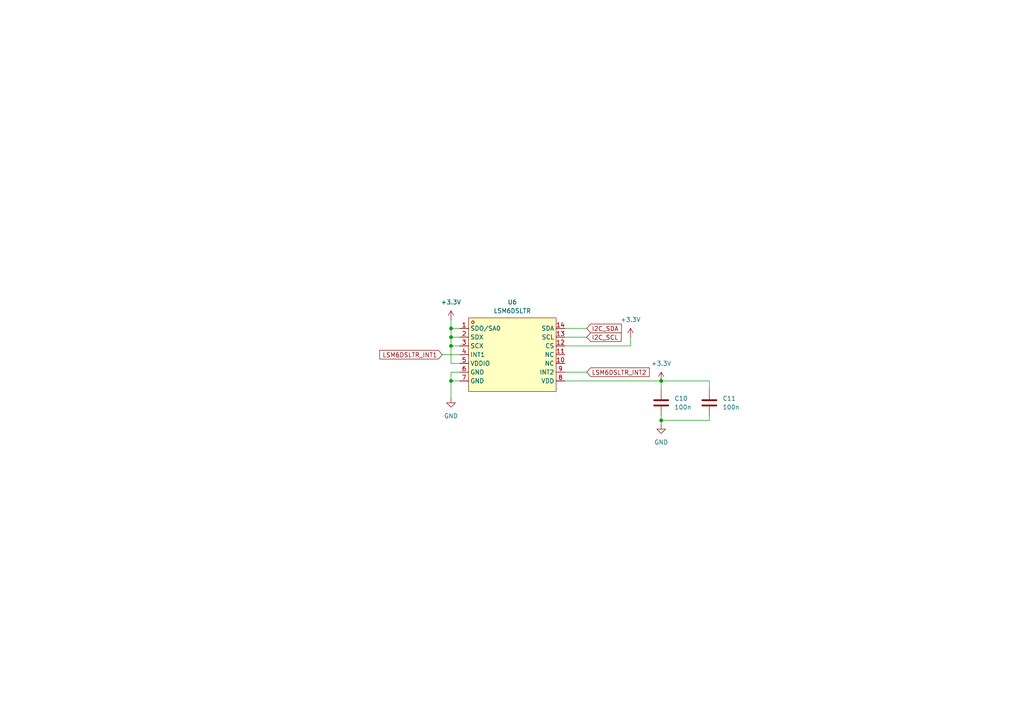
<source format=kicad_sch>
(kicad_sch (version 20231120) (generator "eeschema") (generator_version "8.0")
  (paper "A4")
  (lib_symbols
    (symbol "Device:C" (pin_numbers hide) (pin_names (offset 0.254))
      (property "Reference" "C" (at 0.635 2.54 0))
      (property "Value" "C" (at 0.635 -2.54 0))
      (symbol "C_0_1"
        (polyline (pts (xy -2.032 -0.762) (xy 2.032 -0.762)) (stroke (width 0.508)))
        (polyline (pts (xy -2.032 0.762) (xy 2.032 0.762)) (stroke (width 0.508)))
      )
      (symbol "C_1_1"
        (pin passive line (at 0 3.81 270) (length 2.794) (name "~") (number "1"))
        (pin passive line (at 0 -3.81 90) (length 2.794) (name "~") (number "2"))
      )
    )
    (symbol "easyeda2kicad:LSM6DSLTR"
      (property "Reference" "U" (at 0 12.7 0))
      (property "Value" "LSM6DSLTR" (at 0 -12.7 0))
      (symbol "LSM6DSLTR_0_1"
        (rectangle (start -12.7 10.67) (end 12.7 -10.67) (fill (type background)))
        (circle (center -11.43 9.4) (radius 0.38))
        (circle (center -11.43 9.4) (radius 0.38))
        (pin unspecified line (at -15.24 7.62 0) (length 2.54) (name "SDO/SA0") (number "1"))
        (pin unspecified line (at 15.24 -2.54 180) (length 2.54) (name "NC") (number "10"))
        (pin unspecified line (at 15.24 0 180) (length 2.54) (name "NC") (number "11"))
        (pin unspecified line (at 15.24 2.54 180) (length 2.54) (name "CS") (number "12"))
        (pin unspecified line (at 15.24 5.08 180) (length 2.54) (name "SCL") (number "13"))
        (pin unspecified line (at 15.24 7.62 180) (length 2.54) (name "SDA") (number "14"))
        (pin unspecified line (at -15.24 5.08 0) (length 2.54) (name "SDX") (number "2"))
        (pin unspecified line (at -15.24 2.54 0) (length 2.54) (name "SCX") (number "3"))
        (pin unspecified line (at -15.24 0 0) (length 2.54) (name "INT1") (number "4"))
        (pin unspecified line (at -15.24 -2.54 0) (length 2.54) (name "VDDIO") (number "5"))
        (pin unspecified line (at -15.24 -5.08 0) (length 2.54) (name "GND") (number "6"))
        (pin unspecified line (at -15.24 -7.62 0) (length 2.54) (name "GND") (number "7"))
        (pin unspecified line (at 15.24 -7.62 180) (length 2.54) (name "VDD") (number "8"))
        (pin unspecified line (at 15.24 -5.08 180) (length 2.54) (name "INT2") (number "9"))
      )
    )
    (symbol "power:+3.3V" (power) (pin_numbers hide) (pin_names (offset 0) hide)
      (property "Value" "+3.3V" (at 0 3.556 0))
      (symbol "+3.3V_0_1"
        (polyline (pts (xy -0.762 1.27) (xy 0 2.54)))
        (polyline (pts (xy 0 0) (xy 0 2.54)))
        (polyline (pts (xy 0 2.54) (xy 0.762 1.27)))
      )
      (symbol "+3.3V_1_1"
        (pin power_in line (at 0 0 90) (length 0) (name "~") (number "1"))
      )
    )
    (symbol "power:GND" (power) (pin_numbers hide) (pin_names (offset 0) hide)
      (property "Value" "GND" (at 0 -3.81 0))
      (symbol "GND_0_1"
        (polyline (pts (xy 0 0) (xy 0 -1.27) (xy 1.27 -1.27) (xy 0 -2.54) (xy -1.27 -1.27) (xy 0 -1.27)))
      )
      (symbol "GND_1_1"
        (pin power_in line (at 0 0 270) (length 0) (name "~") (number "1"))
      )
    )
  )
  (junction (at 130.81 95.25))
  (junction (at 191.77 110.49))
  (junction (at 130.81 97.79))
  (junction (at 191.77 121.92))
  (junction (at 130.81 110.49))
  (junction (at 130.81 100.33))
  (wire (pts (xy 130.81 95.25) (xy 130.81 92.71)))
  (wire (pts (xy 133.35 107.95) (xy 130.81 107.95)))
  (wire (pts (xy 191.77 110.49) (xy 205.74 110.49)))
  (wire (pts (xy 191.77 121.92) (xy 205.74 121.92)))
  (wire (pts (xy 130.81 100.33) (xy 133.35 100.33)))
  (wire (pts (xy 133.35 105.41) (xy 130.81 105.41)))
  (wire (pts (xy 128.27 102.87) (xy 133.35 102.87)))
  (wire (pts (xy 130.81 110.49) (xy 133.35 110.49)))
  (wire (pts (xy 130.81 100.33) (xy 130.81 105.41)))
  (wire (pts (xy 163.83 95.25) (xy 170.18 95.25)))
  (wire (pts (xy 130.81 110.49) (xy 130.81 115.57)))
  (wire (pts (xy 191.77 110.49) (xy 191.77 113.03)))
  (wire (pts (xy 163.83 97.79) (xy 170.18 97.79)))
  (wire (pts (xy 130.81 95.25) (xy 130.81 97.79)))
  (wire (pts (xy 205.74 113.03) (xy 205.74 110.49)))
  (wire (pts (xy 133.35 95.25) (xy 130.81 95.25)))
  (wire (pts (xy 163.83 110.49) (xy 191.77 110.49)))
  (wire (pts (xy 130.81 97.79) (xy 130.81 100.33)))
  (wire (pts (xy 130.81 97.79) (xy 133.35 97.79)))
  (wire (pts (xy 163.83 100.33) (xy 182.88 100.33)))
  (wire (pts (xy 182.88 100.33) (xy 182.88 97.79)))
  (wire (pts (xy 130.81 107.95) (xy 130.81 110.49)))
  (wire (pts (xy 163.83 107.95) (xy 170.18 107.95)))
  (wire (pts (xy 191.77 121.92) (xy 191.77 123.19)))
  (wire (pts (xy 205.74 120.65) (xy 205.74 121.92)))
  (wire (pts (xy 191.77 120.65) (xy 191.77 121.92)))
  (global_label "I2C_SDA" (shape input) (at 170.18 95.25 0) (property "Intersheetrefs" "${INTERSHEET_REFS}" (effects (hide yes))))
  (global_label "LSM6DSLTR_INT1" (shape input) (at 128.27 102.87 180) (property "Intersheetrefs" "${INTERSHEET_REFS}" (effects (hide yes))))
  (global_label "LSM6DSLTR_INT2" (shape input) (at 170.18 107.95 0) (property "Intersheetrefs" "${INTERSHEET_REFS}" (effects (hide yes))))
  (global_label "I2C_SCL" (shape input) (at 170.18 97.79 0) (property "Intersheetrefs" "${INTERSHEET_REFS}" (effects (hide yes))))
  (symbol (lib_id "Device:C") (at 205.74 116.84 180) (unit 1)
    (property "Reference" "C11" (at 209.55 115.5699 0) (effects (justify right)))
    (property "Value" "100n" (at 209.55 118.1099 0) (effects (justify right)))
    (property "Footprint" "Capacitor_SMD:C_0603_1608Metric" (effects (hide yes)))
    (property "Description" "Unpolarized capacitor" (effects (hide yes)))
  )
  (symbol (lib_id "power:GND") (at 191.77 123.19 0) (unit 1)
    (property "Reference" "#PWR042" (effects (hide yes)))
    (property "Value" "GND" (at 191.77 128.27 0))
    (property "Description" "Power symbol creates a global label with name \"GND\" , ground" (effects (hide yes)))
  )
  (symbol (lib_id "Device:C") (at 191.77 116.84 180) (unit 1)
    (property "Reference" "C10" (at 195.58 115.5699 0) (effects (justify right)))
    (property "Value" "100n" (at 195.58 118.1099 0) (effects (justify right)))
    (property "Footprint" "Capacitor_SMD:C_0603_1608Metric" (effects (hide yes)))
    (property "Description" "Unpolarized capacitor" (effects (hide yes)))
  )
  (symbol (lib_id "easyeda2kicad:LSM6DSLTR") (at 148.59 102.87 0) (unit 1)
    (property "Reference" "U6" (at 148.59 87.63 0))
    (property "Value" "LSM6DSLTR" (at 148.59 90.17 0))
    (property "Footprint" "easyeda2kicad:LGA-14_L3.0-W2.5-P0.50-TL" (effects (hide yes)))
    (property "Datasheet" "https://lcsc.com/product-detail/Sensors_STMicroelectronics_LSM6DSLTR_LSM6DSLTR_C126672.html" (effects (hide yes)))
    (property "LCSC Part" "C126672" (effects (hide yes)))
  )
  (symbol (lib_id "power:+3.3V") (at 191.77 110.49 0) (unit 1)
    (property "Reference" "#PWR039" (effects (hide yes)))
    (property "Value" "+3.3V" (at 191.77 105.41 0))
    (property "Description" "Power symbol creates a global label with name \"+3.3V\"" (effects (hide yes)))
  )
  (symbol (lib_id "power:+3.3V") (at 130.81 92.71 0) (unit 1)
    (property "Reference" "#PWR038" (effects (hide yes)))
    (property "Value" "+3.3V" (at 130.81 87.63 0))
    (property "Description" "Power symbol creates a global label with name \"+3.3V\"" (effects (hide yes)))
  )
  (symbol (lib_id "power:GND") (at 130.81 115.57 0) (unit 1)
    (property "Reference" "#PWR040" (effects (hide yes)))
    (property "Value" "GND" (at 130.81 120.65 0))
    (property "Description" "Power symbol creates a global label with name \"GND\" , ground" (effects (hide yes)))
  )
  (symbol (lib_id "power:+3.3V") (at 182.88 97.79 0) (unit 1)
    (property "Reference" "#PWR041" (effects (hide yes)))
    (property "Value" "+3.3V" (at 182.88 92.71 0))
    (property "Description" "Power symbol creates a global label with name \"+3.3V\"" (effects (hide yes)))
  )
)
</source>
